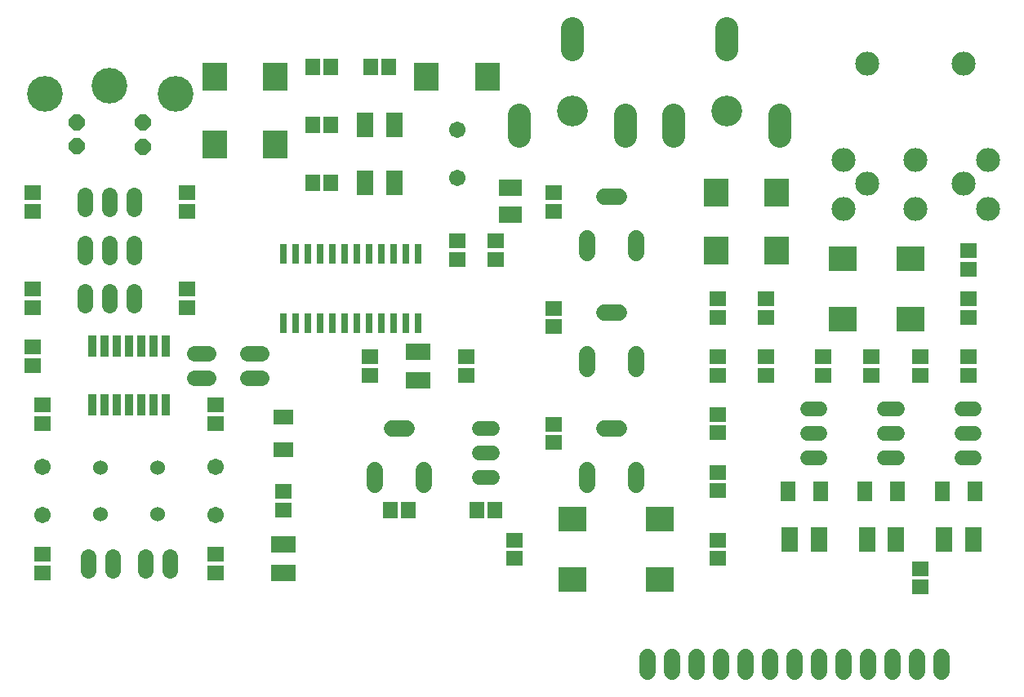
<source format=gts>
G75*
%MOIN*%
%OFA0B0*%
%FSLAX25Y25*%
%IPPOS*%
%LPD*%
%AMOC8*
5,1,8,0,0,1.08239X$1,22.5*
%
%ADD10C,0.06800*%
%ADD11C,0.06000*%
%ADD12R,0.10249X0.11824*%
%ADD13R,0.06706X0.05918*%
%ADD14R,0.06312X0.07887*%
%ADD15R,0.07887X0.06312*%
%ADD16R,0.07099X0.10249*%
%ADD17R,0.10249X0.07099*%
%ADD18R,0.05918X0.06706*%
%ADD19R,0.11824X0.10249*%
%ADD20C,0.09461*%
%ADD21C,0.12611*%
%ADD22C,0.09800*%
%ADD23R,0.02572X0.07887*%
%ADD24C,0.06000*%
%ADD25C,0.06737*%
%ADD26R,0.03400X0.08800*%
%ADD27C,0.14580*%
%ADD28OC8,0.06400*%
%ADD29C,0.06400*%
%ADD30C,0.04800*%
%ADD31R,0.09461X0.07099*%
D10*
X0156854Y0090862D02*
X0156854Y0096862D01*
X0163854Y0113862D02*
X0169854Y0113862D01*
X0176854Y0096862D02*
X0176854Y0090862D01*
X0243469Y0090862D02*
X0243469Y0096862D01*
X0250469Y0113862D02*
X0256469Y0113862D01*
X0263469Y0096862D02*
X0263469Y0090862D01*
X0263469Y0138106D02*
X0263469Y0144106D01*
X0243469Y0144106D02*
X0243469Y0138106D01*
X0250469Y0161106D02*
X0256469Y0161106D01*
X0263469Y0185350D02*
X0263469Y0191350D01*
X0256469Y0208350D02*
X0250469Y0208350D01*
X0243469Y0191350D02*
X0243469Y0185350D01*
X0268272Y0020248D02*
X0268272Y0014248D01*
X0278272Y0014248D02*
X0278272Y0020248D01*
X0288272Y0020248D02*
X0288272Y0014248D01*
X0298272Y0014248D02*
X0298272Y0020248D01*
X0308272Y0020248D02*
X0308272Y0014248D01*
X0318272Y0014248D02*
X0318272Y0020248D01*
X0328272Y0020248D02*
X0328272Y0014248D01*
X0338272Y0014248D02*
X0338272Y0020248D01*
X0348272Y0020248D02*
X0348272Y0014248D01*
X0358272Y0014248D02*
X0358272Y0020248D01*
X0368272Y0020248D02*
X0368272Y0014248D01*
X0378272Y0014248D02*
X0378272Y0020248D01*
X0388272Y0020248D02*
X0388272Y0014248D01*
D11*
X0396538Y0101736D02*
X0401738Y0101736D01*
X0401738Y0111736D02*
X0396538Y0111736D01*
X0396538Y0121736D02*
X0401738Y0121736D01*
X0370242Y0121736D02*
X0365042Y0121736D01*
X0365042Y0111736D02*
X0370242Y0111736D01*
X0370242Y0101736D02*
X0365042Y0101736D01*
X0338746Y0101736D02*
X0333546Y0101736D01*
X0333546Y0111736D02*
X0338746Y0111736D01*
X0338746Y0121736D02*
X0333546Y0121736D01*
X0204887Y0113862D02*
X0199687Y0113862D01*
X0199687Y0103862D02*
X0204887Y0103862D01*
X0204887Y0093862D02*
X0199687Y0093862D01*
D12*
X0296185Y0186539D03*
X0320988Y0186539D03*
X0320988Y0210161D03*
X0296185Y0210161D03*
X0202878Y0257406D03*
X0178075Y0257406D03*
X0116264Y0257406D03*
X0091461Y0257406D03*
X0091461Y0229846D03*
X0116264Y0229846D03*
D13*
X0021185Y0054846D03*
X0021185Y0062327D03*
X0021185Y0115870D03*
X0021185Y0123350D03*
X0017248Y0139492D03*
X0017248Y0146972D03*
X0017248Y0163114D03*
X0017248Y0170594D03*
X0017248Y0202484D03*
X0017248Y0209965D03*
X0080240Y0209965D03*
X0080240Y0202484D03*
X0080240Y0170594D03*
X0080240Y0163114D03*
X0092051Y0123350D03*
X0092051Y0115870D03*
X0119610Y0087917D03*
X0119610Y0080437D03*
X0092051Y0062327D03*
X0092051Y0054846D03*
X0155043Y0135555D03*
X0155043Y0143035D03*
X0194413Y0143035D03*
X0194413Y0135555D03*
X0229846Y0155240D03*
X0229846Y0162720D03*
X0206224Y0182799D03*
X0206224Y0190280D03*
X0190476Y0190280D03*
X0190476Y0182799D03*
X0229846Y0202484D03*
X0229846Y0209965D03*
X0296776Y0166657D03*
X0296776Y0159177D03*
X0316461Y0159177D03*
X0316461Y0166657D03*
X0316461Y0143035D03*
X0316461Y0135555D03*
X0296776Y0135555D03*
X0296776Y0143035D03*
X0296776Y0119413D03*
X0296776Y0111933D03*
X0296776Y0095791D03*
X0296776Y0088311D03*
X0296776Y0068232D03*
X0296776Y0060752D03*
X0229846Y0107996D03*
X0229846Y0115476D03*
X0214098Y0068232D03*
X0214098Y0060752D03*
X0340083Y0135555D03*
X0340083Y0143035D03*
X0359768Y0143035D03*
X0359768Y0135555D03*
X0379453Y0135555D03*
X0379453Y0143035D03*
X0399138Y0143035D03*
X0399138Y0135555D03*
X0399138Y0159177D03*
X0399138Y0166657D03*
X0399138Y0178862D03*
X0399138Y0186343D03*
X0379453Y0056421D03*
X0379453Y0048941D03*
D14*
X0388508Y0088114D03*
X0401894Y0088114D03*
X0370398Y0088114D03*
X0357012Y0088114D03*
X0338902Y0088114D03*
X0325516Y0088114D03*
D15*
X0119610Y0105043D03*
X0119610Y0118429D03*
D16*
X0153075Y0214098D03*
X0164886Y0214098D03*
X0164886Y0237720D03*
X0153075Y0237720D03*
X0326303Y0068429D03*
X0338114Y0068429D03*
X0357799Y0068429D03*
X0369610Y0068429D03*
X0389295Y0068429D03*
X0401106Y0068429D03*
D17*
X0174728Y0133390D03*
X0174728Y0145201D03*
X0119610Y0066461D03*
X0119610Y0054650D03*
D18*
X0163114Y0080240D03*
X0170594Y0080240D03*
X0198547Y0080240D03*
X0206028Y0080240D03*
X0139098Y0214098D03*
X0131618Y0214098D03*
X0131618Y0237720D03*
X0139098Y0237720D03*
X0139098Y0261343D03*
X0131618Y0261343D03*
X0155240Y0261343D03*
X0162720Y0261343D03*
D19*
X0347957Y0183193D03*
X0375516Y0183193D03*
X0375516Y0158390D03*
X0347957Y0158390D03*
X0273154Y0076894D03*
X0273154Y0052091D03*
X0237720Y0052091D03*
X0237720Y0076894D03*
D20*
X0216067Y0233075D02*
X0216067Y0241736D01*
X0237720Y0268508D02*
X0237720Y0277169D01*
X0259374Y0241736D02*
X0259374Y0233075D01*
X0279059Y0233075D02*
X0279059Y0241736D01*
X0300713Y0268508D02*
X0300713Y0277169D01*
X0322366Y0241736D02*
X0322366Y0233075D01*
D21*
X0300713Y0243311D03*
X0237720Y0243311D03*
D22*
X0348193Y0223547D03*
X0357917Y0213587D03*
X0348193Y0203547D03*
X0377642Y0203508D03*
X0397287Y0213626D03*
X0407287Y0223547D03*
X0407287Y0203547D03*
X0377642Y0223508D03*
X0397287Y0262847D03*
X0357878Y0262847D03*
D23*
X0174728Y0184965D03*
X0169728Y0184965D03*
X0164728Y0184965D03*
X0159728Y0184965D03*
X0154728Y0184965D03*
X0149728Y0184965D03*
X0144728Y0184965D03*
X0139728Y0184965D03*
X0134728Y0184965D03*
X0129728Y0184965D03*
X0124728Y0184965D03*
X0119728Y0184965D03*
X0119728Y0156618D03*
X0124728Y0156618D03*
X0129728Y0156618D03*
X0134728Y0156618D03*
X0139728Y0156618D03*
X0144728Y0156618D03*
X0149728Y0156618D03*
X0154728Y0156618D03*
X0159728Y0156618D03*
X0164728Y0156618D03*
X0169728Y0156618D03*
X0174728Y0156618D03*
D24*
X0068429Y0097614D03*
X0044807Y0097614D03*
X0044807Y0078614D03*
X0068429Y0078614D03*
D25*
X0092051Y0078272D03*
X0092051Y0097957D03*
X0021185Y0097957D03*
X0021185Y0078272D03*
X0190476Y0216067D03*
X0190476Y0235752D03*
D26*
X0071618Y0147458D03*
X0066618Y0147458D03*
X0061618Y0147458D03*
X0056618Y0147458D03*
X0051618Y0147458D03*
X0046618Y0147458D03*
X0041618Y0147458D03*
X0041618Y0123258D03*
X0046618Y0123258D03*
X0051618Y0123258D03*
X0056618Y0123258D03*
X0061618Y0123258D03*
X0066618Y0123258D03*
X0071618Y0123258D03*
D27*
X0075516Y0250516D03*
X0048744Y0253665D03*
X0022169Y0250516D03*
D28*
X0035358Y0238705D03*
X0035358Y0229059D03*
X0062130Y0228862D03*
X0062130Y0238705D03*
D29*
X0058744Y0209024D02*
X0058744Y0203424D01*
X0048744Y0203424D02*
X0048744Y0209024D01*
X0038744Y0209024D02*
X0038744Y0203424D01*
X0038744Y0189339D02*
X0038744Y0183739D01*
X0048744Y0183739D02*
X0048744Y0189339D01*
X0058744Y0189339D02*
X0058744Y0183739D01*
X0058744Y0169654D02*
X0058744Y0164054D01*
X0048744Y0164054D02*
X0048744Y0169654D01*
X0038744Y0169654D02*
X0038744Y0164054D01*
X0083346Y0144295D02*
X0088946Y0144295D01*
X0088946Y0134295D02*
X0083346Y0134295D01*
X0104999Y0134295D02*
X0110599Y0134295D01*
X0110599Y0144295D02*
X0104999Y0144295D01*
X0073429Y0061387D02*
X0073429Y0055787D01*
X0063429Y0055787D02*
X0063429Y0061387D01*
X0049807Y0061387D02*
X0049807Y0055787D01*
X0039807Y0055787D02*
X0039807Y0061387D01*
D30*
X0119610Y0066461D03*
X0119610Y0054650D03*
X0174728Y0133390D03*
X0174728Y0145201D03*
X0164886Y0214098D03*
X0153075Y0214098D03*
X0153075Y0237720D03*
X0164886Y0237720D03*
X0180634Y0257406D03*
X0200319Y0257406D03*
X0113705Y0257406D03*
X0094020Y0257406D03*
X0094020Y0229846D03*
X0113705Y0229846D03*
X0298744Y0210161D03*
X0318429Y0210161D03*
X0318429Y0186539D03*
X0298744Y0186539D03*
X0347957Y0180634D03*
X0347957Y0160949D03*
X0375516Y0160949D03*
X0375516Y0180634D03*
X0273154Y0074335D03*
X0273154Y0054650D03*
X0237720Y0054650D03*
X0237720Y0074335D03*
X0326303Y0068429D03*
X0338114Y0068429D03*
X0357799Y0068429D03*
X0369610Y0068429D03*
X0389295Y0068429D03*
X0401106Y0068429D03*
D31*
X0212327Y0200909D03*
X0212327Y0211933D03*
M02*

</source>
